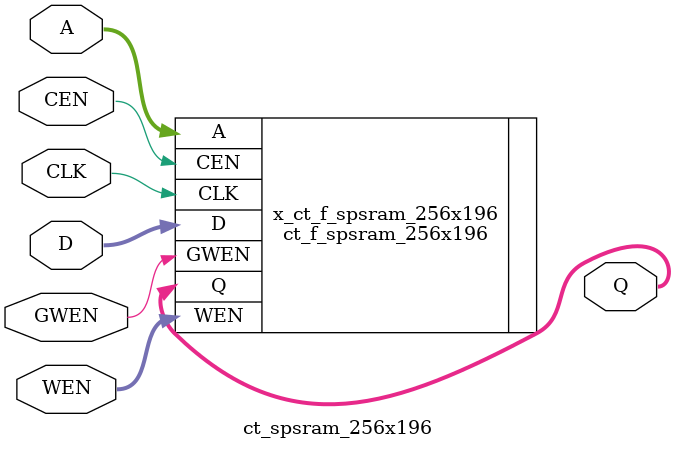
<source format=v>
/*Copyright 2019-2021 T-Head Semiconductor Co., Ltd.

Licensed under the Apache License, Version 2.0 (the "License");
you may not use this file except in compliance with the License.
You may obtain a copy of the License at

    http://www.apache.org/licenses/LICENSE-2.0

Unless required by applicable law or agreed to in writing, software
distributed under the License is distributed on an "AS IS" BASIS,
WITHOUT WARRANTIES OR CONDITIONS OF ANY KIND, either express or implied.
See the License for the specific language governing permissions and
limitations under the License.
*/

// &ModuleBeg; @22
module ct_spsram_256x196 (
  // &Ports, @23
  input    wire  [7  :0]  A,
  input    wire           CEN,
  input    wire           CLK,
  input    wire  [195:0]  D,
  input    wire           GWEN,
  input    wire  [195:0]  WEN,
  output   wire  [195:0]  Q
); 



// &Regs; @24
// &Wires; @25


//**********************************************************
//                  Parameter Definition
//**********************************************************
parameter ADDR_WIDTH = 8;
parameter DATA_WIDTH = 196;
parameter WE_WIDTH   = 196;

// &Force("bus","Q",DATA_WIDTH-1,0); @34
// &Force("bus","WEN",WE_WIDTH-1,0); @35
// &Force("bus","A",ADDR_WIDTH-1,0); @36
// &Force("bus","D",DATA_WIDTH-1,0); @37

  //********************************************************
  //*                        FPGA memory                   *
  //********************************************************
  //{WEN[111:56],WEN[55:0]}
//   &Instance("ct_f_spsram_256x196"); @44
ct_f_spsram_256x196  x_ct_f_spsram_256x196 (
  .A    (A   ),
  .CEN  (CEN ),
  .CLK  (CLK ),
  .D    (D   ),
  .GWEN (GWEN),
  .Q    (Q   ),
  .WEN  (WEN )
);

//   &Instance("ct_tsmc_spsram_256x196"); @50

// &ModuleEnd; @66
endmodule



</source>
